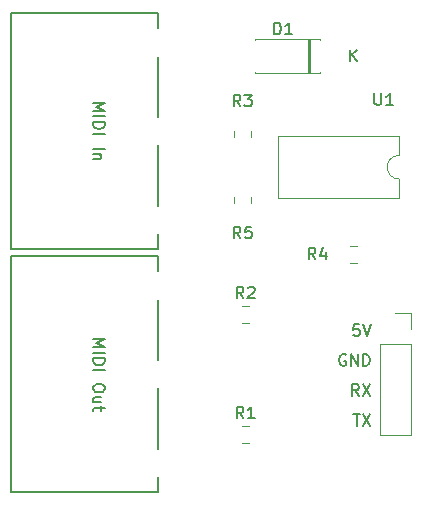
<source format=gbr>
G04 #@! TF.GenerationSoftware,KiCad,Pcbnew,(5.1.5-0-10_14)*
G04 #@! TF.CreationDate,2020-03-03T04:37:11-05:00*
G04 #@! TF.ProjectId,midi_io,6d696469-5f69-46f2-9e6b-696361645f70,1*
G04 #@! TF.SameCoordinates,Original*
G04 #@! TF.FileFunction,Legend,Top*
G04 #@! TF.FilePolarity,Positive*
%FSLAX46Y46*%
G04 Gerber Fmt 4.6, Leading zero omitted, Abs format (unit mm)*
G04 Created by KiCad (PCBNEW (5.1.5-0-10_14)) date 2020-03-03 04:37:11*
%MOMM*%
%LPD*%
G04 APERTURE LIST*
%ADD10C,0.152400*%
%ADD11C,0.120000*%
%ADD12C,0.127000*%
%ADD13C,0.150000*%
G04 APERTURE END LIST*
D10*
X160771235Y-113771438D02*
X161322778Y-113771438D01*
X161047006Y-114736638D02*
X161047006Y-113771438D01*
X161552587Y-113771438D02*
X162196054Y-114736638D01*
X162196054Y-113771438D02*
X161552587Y-114736638D01*
X161230854Y-112196638D02*
X160909120Y-111737019D01*
X160679311Y-112196638D02*
X160679311Y-111231438D01*
X161047006Y-111231438D01*
X161138930Y-111277400D01*
X161184892Y-111323361D01*
X161230854Y-111415285D01*
X161230854Y-111553171D01*
X161184892Y-111645095D01*
X161138930Y-111691057D01*
X161047006Y-111737019D01*
X160679311Y-111737019D01*
X161552587Y-111231438D02*
X162196054Y-112196638D01*
X162196054Y-111231438D02*
X161552587Y-112196638D01*
X160127768Y-108737400D02*
X160035844Y-108691438D01*
X159897959Y-108691438D01*
X159760073Y-108737400D01*
X159668149Y-108829323D01*
X159622187Y-108921247D01*
X159576225Y-109105095D01*
X159576225Y-109242980D01*
X159622187Y-109426828D01*
X159668149Y-109518752D01*
X159760073Y-109610676D01*
X159897959Y-109656638D01*
X159989882Y-109656638D01*
X160127768Y-109610676D01*
X160173730Y-109564714D01*
X160173730Y-109242980D01*
X159989882Y-109242980D01*
X160587387Y-109656638D02*
X160587387Y-108691438D01*
X161138930Y-109656638D01*
X161138930Y-108691438D01*
X161598549Y-109656638D02*
X161598549Y-108691438D01*
X161828359Y-108691438D01*
X161966244Y-108737400D01*
X162058168Y-108829323D01*
X162104130Y-108921247D01*
X162150092Y-109105095D01*
X162150092Y-109242980D01*
X162104130Y-109426828D01*
X162058168Y-109518752D01*
X161966244Y-109610676D01*
X161828359Y-109656638D01*
X161598549Y-109656638D01*
X161276816Y-106151438D02*
X160817197Y-106151438D01*
X160771235Y-106611057D01*
X160817197Y-106565095D01*
X160909120Y-106519133D01*
X161138930Y-106519133D01*
X161230854Y-106565095D01*
X161276816Y-106611057D01*
X161322778Y-106702980D01*
X161322778Y-106932790D01*
X161276816Y-107024714D01*
X161230854Y-107070676D01*
X161138930Y-107116638D01*
X160909120Y-107116638D01*
X160817197Y-107070676D01*
X160771235Y-107024714D01*
X161598549Y-106151438D02*
X161920282Y-107116638D01*
X162242016Y-106151438D01*
D11*
X164338000Y-105223000D02*
X165668000Y-105223000D01*
X165668000Y-105223000D02*
X165668000Y-106553000D01*
X165668000Y-107823000D02*
X165668000Y-115503000D01*
X163008000Y-115503000D02*
X165668000Y-115503000D01*
X163008000Y-107823000D02*
X163008000Y-115503000D01*
X163008000Y-107823000D02*
X165668000Y-107823000D01*
X150674000Y-95369748D02*
X150674000Y-95892252D01*
X152094000Y-95369748D02*
X152094000Y-95892252D01*
X150674000Y-89781748D02*
X150674000Y-90304252D01*
X152094000Y-89781748D02*
X152094000Y-90304252D01*
X161043252Y-99493000D02*
X160520748Y-99493000D01*
X161043252Y-100913000D02*
X160520748Y-100913000D01*
X151899252Y-104573000D02*
X151376748Y-104573000D01*
X151899252Y-105993000D02*
X151376748Y-105993000D01*
X151899252Y-114733000D02*
X151376748Y-114733000D01*
X151899252Y-116153000D02*
X151376748Y-116153000D01*
D12*
X144272000Y-99789000D02*
X144272000Y-98489000D01*
X144272000Y-90989000D02*
X144272000Y-96089000D01*
X144272000Y-83489000D02*
X144272000Y-88589000D01*
X144272000Y-79789000D02*
X144272000Y-81089000D01*
X131772000Y-99789000D02*
X144272000Y-99789000D01*
X131772000Y-79789000D02*
X131772000Y-99789000D01*
X144272000Y-79789000D02*
X131772000Y-79789000D01*
X144272000Y-120363000D02*
X144272000Y-119063000D01*
X144272000Y-111563000D02*
X144272000Y-116663000D01*
X144272000Y-104063000D02*
X144272000Y-109163000D01*
X144272000Y-100363000D02*
X144272000Y-101663000D01*
X131772000Y-120363000D02*
X144272000Y-120363000D01*
X131772000Y-100363000D02*
X131772000Y-120363000D01*
X144272000Y-100363000D02*
X131772000Y-100363000D01*
D11*
X157134000Y-84909000D02*
X157134000Y-81969000D01*
X156894000Y-84909000D02*
X156894000Y-81969000D01*
X157014000Y-84909000D02*
X157014000Y-81969000D01*
X152474000Y-81969000D02*
X152474000Y-82099000D01*
X157914000Y-81969000D02*
X152474000Y-81969000D01*
X157914000Y-82099000D02*
X157914000Y-81969000D01*
X152474000Y-84909000D02*
X152474000Y-84779000D01*
X157914000Y-84909000D02*
X152474000Y-84909000D01*
X157914000Y-84779000D02*
X157914000Y-84909000D01*
X164652000Y-95487000D02*
X164652000Y-93837000D01*
X154372000Y-95487000D02*
X164652000Y-95487000D01*
X154372000Y-90187000D02*
X154372000Y-95487000D01*
X164652000Y-90187000D02*
X154372000Y-90187000D01*
X164652000Y-91837000D02*
X164652000Y-90187000D01*
X164652000Y-93837000D02*
G75*
G02X164652000Y-91837000I0J1000000D01*
G01*
D13*
X151217333Y-98877380D02*
X150884000Y-98401190D01*
X150645904Y-98877380D02*
X150645904Y-97877380D01*
X151026857Y-97877380D01*
X151122095Y-97925000D01*
X151169714Y-97972619D01*
X151217333Y-98067857D01*
X151217333Y-98210714D01*
X151169714Y-98305952D01*
X151122095Y-98353571D01*
X151026857Y-98401190D01*
X150645904Y-98401190D01*
X152122095Y-97877380D02*
X151645904Y-97877380D01*
X151598285Y-98353571D01*
X151645904Y-98305952D01*
X151741142Y-98258333D01*
X151979238Y-98258333D01*
X152074476Y-98305952D01*
X152122095Y-98353571D01*
X152169714Y-98448809D01*
X152169714Y-98686904D01*
X152122095Y-98782142D01*
X152074476Y-98829761D01*
X151979238Y-98877380D01*
X151741142Y-98877380D01*
X151645904Y-98829761D01*
X151598285Y-98782142D01*
X151217333Y-87701380D02*
X150884000Y-87225190D01*
X150645904Y-87701380D02*
X150645904Y-86701380D01*
X151026857Y-86701380D01*
X151122095Y-86749000D01*
X151169714Y-86796619D01*
X151217333Y-86891857D01*
X151217333Y-87034714D01*
X151169714Y-87129952D01*
X151122095Y-87177571D01*
X151026857Y-87225190D01*
X150645904Y-87225190D01*
X151550666Y-86701380D02*
X152169714Y-86701380D01*
X151836380Y-87082333D01*
X151979238Y-87082333D01*
X152074476Y-87129952D01*
X152122095Y-87177571D01*
X152169714Y-87272809D01*
X152169714Y-87510904D01*
X152122095Y-87606142D01*
X152074476Y-87653761D01*
X151979238Y-87701380D01*
X151693523Y-87701380D01*
X151598285Y-87653761D01*
X151550666Y-87606142D01*
X157567333Y-100655380D02*
X157234000Y-100179190D01*
X156995904Y-100655380D02*
X156995904Y-99655380D01*
X157376857Y-99655380D01*
X157472095Y-99703000D01*
X157519714Y-99750619D01*
X157567333Y-99845857D01*
X157567333Y-99988714D01*
X157519714Y-100083952D01*
X157472095Y-100131571D01*
X157376857Y-100179190D01*
X156995904Y-100179190D01*
X158424476Y-99988714D02*
X158424476Y-100655380D01*
X158186380Y-99607761D02*
X157948285Y-100322047D01*
X158567333Y-100322047D01*
X151471333Y-103957380D02*
X151138000Y-103481190D01*
X150899904Y-103957380D02*
X150899904Y-102957380D01*
X151280857Y-102957380D01*
X151376095Y-103005000D01*
X151423714Y-103052619D01*
X151471333Y-103147857D01*
X151471333Y-103290714D01*
X151423714Y-103385952D01*
X151376095Y-103433571D01*
X151280857Y-103481190D01*
X150899904Y-103481190D01*
X151852285Y-103052619D02*
X151899904Y-103005000D01*
X151995142Y-102957380D01*
X152233238Y-102957380D01*
X152328476Y-103005000D01*
X152376095Y-103052619D01*
X152423714Y-103147857D01*
X152423714Y-103243095D01*
X152376095Y-103385952D01*
X151804666Y-103957380D01*
X152423714Y-103957380D01*
X151471333Y-114117380D02*
X151138000Y-113641190D01*
X150899904Y-114117380D02*
X150899904Y-113117380D01*
X151280857Y-113117380D01*
X151376095Y-113165000D01*
X151423714Y-113212619D01*
X151471333Y-113307857D01*
X151471333Y-113450714D01*
X151423714Y-113545952D01*
X151376095Y-113593571D01*
X151280857Y-113641190D01*
X150899904Y-113641190D01*
X152423714Y-114117380D02*
X151852285Y-114117380D01*
X152138000Y-114117380D02*
X152138000Y-113117380D01*
X152042761Y-113260238D01*
X151947523Y-113355476D01*
X151852285Y-113403095D01*
D12*
X138738958Y-87404571D02*
X139740418Y-87404571D01*
X139025090Y-87738391D01*
X139740418Y-88072211D01*
X138738958Y-88072211D01*
X138738958Y-88549097D02*
X139740418Y-88549097D01*
X138738958Y-89025982D02*
X139740418Y-89025982D01*
X139740418Y-89264425D01*
X139692730Y-89407491D01*
X139597352Y-89502868D01*
X139501975Y-89550557D01*
X139311221Y-89598245D01*
X139168155Y-89598245D01*
X138977401Y-89550557D01*
X138882024Y-89502868D01*
X138786647Y-89407491D01*
X138738958Y-89264425D01*
X138738958Y-89025982D01*
X138738958Y-90027442D02*
X139740418Y-90027442D01*
X138738958Y-91267345D02*
X139740418Y-91267345D01*
X139406598Y-91744231D02*
X138738958Y-91744231D01*
X139311221Y-91744231D02*
X139358910Y-91791920D01*
X139406598Y-91887297D01*
X139406598Y-92030362D01*
X139358910Y-92125740D01*
X139263532Y-92173428D01*
X138738958Y-92173428D01*
D10*
X138738958Y-107406308D02*
X139740418Y-107406308D01*
X139025090Y-107740128D01*
X139740418Y-108073948D01*
X138738958Y-108073948D01*
X138738958Y-108550834D02*
X139740418Y-108550834D01*
X138738958Y-109027720D02*
X139740418Y-109027720D01*
X139740418Y-109266162D01*
X139692730Y-109409228D01*
X139597352Y-109504605D01*
X139501975Y-109552294D01*
X139311221Y-109599982D01*
X139168155Y-109599982D01*
X138977401Y-109552294D01*
X138882024Y-109504605D01*
X138786647Y-109409228D01*
X138738958Y-109266162D01*
X138738958Y-109027720D01*
X138738958Y-110029180D02*
X139740418Y-110029180D01*
X139740418Y-111459837D02*
X139740418Y-111650591D01*
X139692730Y-111745968D01*
X139597352Y-111841345D01*
X139406598Y-111889034D01*
X139072778Y-111889034D01*
X138882024Y-111841345D01*
X138786647Y-111745968D01*
X138738958Y-111650591D01*
X138738958Y-111459837D01*
X138786647Y-111364460D01*
X138882024Y-111269082D01*
X139072778Y-111221394D01*
X139406598Y-111221394D01*
X139597352Y-111269082D01*
X139692730Y-111364460D01*
X139740418Y-111459837D01*
X139406598Y-112747428D02*
X138738958Y-112747428D01*
X139406598Y-112318231D02*
X138882024Y-112318231D01*
X138786647Y-112365920D01*
X138738958Y-112461297D01*
X138738958Y-112604362D01*
X138786647Y-112699740D01*
X138834335Y-112747428D01*
X139406598Y-113081248D02*
X139406598Y-113462757D01*
X139740418Y-113224314D02*
X138882024Y-113224314D01*
X138786647Y-113272002D01*
X138738958Y-113367380D01*
X138738958Y-113462757D01*
D13*
X154074904Y-81605380D02*
X154074904Y-80605380D01*
X154313000Y-80605380D01*
X154455857Y-80653000D01*
X154551095Y-80748238D01*
X154598714Y-80843476D01*
X154646333Y-81033952D01*
X154646333Y-81176809D01*
X154598714Y-81367285D01*
X154551095Y-81462523D01*
X154455857Y-81557761D01*
X154313000Y-81605380D01*
X154074904Y-81605380D01*
X155598714Y-81605380D02*
X155027285Y-81605380D01*
X155313000Y-81605380D02*
X155313000Y-80605380D01*
X155217761Y-80748238D01*
X155122523Y-80843476D01*
X155027285Y-80891095D01*
X160520095Y-83891380D02*
X160520095Y-82891380D01*
X161091523Y-83891380D02*
X160662952Y-83319952D01*
X161091523Y-82891380D02*
X160520095Y-83462809D01*
X162560095Y-86574380D02*
X162560095Y-87383904D01*
X162607714Y-87479142D01*
X162655333Y-87526761D01*
X162750571Y-87574380D01*
X162941047Y-87574380D01*
X163036285Y-87526761D01*
X163083904Y-87479142D01*
X163131523Y-87383904D01*
X163131523Y-86574380D01*
X164131523Y-87574380D02*
X163560095Y-87574380D01*
X163845809Y-87574380D02*
X163845809Y-86574380D01*
X163750571Y-86717238D01*
X163655333Y-86812476D01*
X163560095Y-86860095D01*
M02*

</source>
